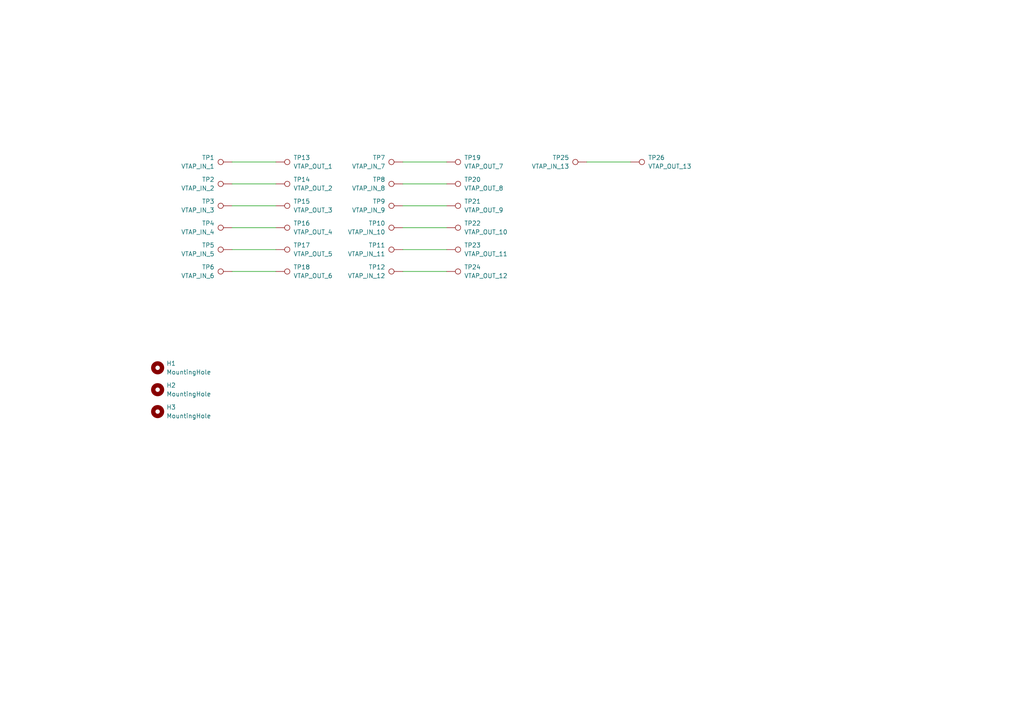
<source format=kicad_sch>
(kicad_sch (version 20230121) (generator eeschema)
  (paper "A4")
  (lib_symbols
    (symbol "Connector:TestPoint" (pin_numbers hide) (pin_names (offset 0.762) hide)
      (property "Reference" "TP" (at 0 6.858 0))
      (property "Value" "TestPoint" (at 0 5.08 0))
      (symbol "TestPoint_0_1"
        (circle (center 0 3.302) (radius 0.762))
      )
      (symbol "TestPoint_1_1"
        (pin passive line (at 0 0 90) (length 2.54) (name "1") (number "1"))
      )
    )
    (symbol "Mechanical:MountingHole" (pin_names (offset 1.016))
      (property "Reference" "H" (at 0 5.08 0))
      (property "Value" "MountingHole" (at 0 3.175 0))
      (symbol "MountingHole_0_1"
        (circle (center 0 0) (radius 1.27) (stroke (width 1.27)))
      )
    )
  )
  (wire (pts (xy 116.84 66.04) (xy 129.54 66.04)))
  (wire (pts (xy 67.31 53.34) (xy 80.01 53.34)))
  (wire (pts (xy 116.84 59.69) (xy 129.54 59.69)))
  (wire (pts (xy 67.31 72.39) (xy 80.01 72.39)))
  (wire (pts (xy 67.31 59.69) (xy 80.01 59.69)))
  (wire (pts (xy 116.84 53.34) (xy 129.54 53.34)))
  (wire (pts (xy 170.18 46.99) (xy 182.88 46.99)))
  (wire (pts (xy 67.31 46.99) (xy 80.01 46.99)))
  (wire (pts (xy 116.84 78.74) (xy 129.54 78.74)))
  (wire (pts (xy 67.31 78.74) (xy 80.01 78.74)))
  (wire (pts (xy 116.84 46.99) (xy 129.54 46.99)))
  (wire (pts (xy 116.84 72.39) (xy 129.54 72.39)))
  (wire (pts (xy 67.31 66.04) (xy 80.01 66.04)))
  (symbol (lib_id "Connector:TestPoint") (at 80.01 53.34 270) (mirror x) (unit 1)
    (property "Reference" "TP14" (at 85.09 52.07 90) (effects (justify left)))
    (property "Value" "VTAP_OUT_2" (at 85.09 54.61 90) (effects (justify left)))
    (property "Footprint" "SUFST:55A_24AWG_Solder" (effects hide))
  )
  (symbol (lib_id "Connector:TestPoint") (at 116.84 72.39 90) (unit 1)
    (property "Reference" "TP11" (at 111.76 71.12 90) (effects (justify left)))
    (property "Value" "VTAP_IN_11" (at 111.76 73.66 90) (effects (justify left)))
    (property "Footprint" "SUFST:Segment_Voltage_Tap" (effects hide))
  )
  (symbol (lib_id "Connector:TestPoint") (at 116.84 66.04 90) (unit 1)
    (property "Reference" "TP10" (at 111.76 64.77 90) (effects (justify left)))
    (property "Value" "VTAP_IN_10" (at 111.76 67.31 90) (effects (justify left)))
    (property "Footprint" "SUFST:Segment_Voltage_Tap" (effects hide))
  )
  (symbol (lib_id "Connector:TestPoint") (at 129.54 59.69 270) (mirror x) (unit 1)
    (property "Reference" "TP21" (at 134.62 58.42 90) (effects (justify left)))
    (property "Value" "VTAP_OUT_9" (at 134.62 60.96 90) (effects (justify left)))
    (property "Footprint" "SUFST:55A_24AWG_Solder" (effects hide))
  )
  (symbol (lib_id "Connector:TestPoint") (at 67.31 66.04 90) (unit 1)
    (property "Reference" "TP4" (at 62.23 64.77 90) (effects (justify left)))
    (property "Value" "VTAP_IN_4" (at 62.23 67.31 90) (effects (justify left)))
    (property "Footprint" "SUFST:Segment_Voltage_Tap" (effects hide))
  )
  (symbol (lib_id "Connector:TestPoint") (at 67.31 59.69 90) (unit 1)
    (property "Reference" "TP3" (at 62.23 58.42 90) (effects (justify left)))
    (property "Value" "VTAP_IN_3" (at 62.23 60.96 90) (effects (justify left)))
    (property "Footprint" "SUFST:Segment_Voltage_Tap" (effects hide))
  )
  (symbol (lib_id "Mechanical:MountingHole") (at 45.72 119.38 0) (unit 1)
    (property "Reference" "H3" (at 48.26 118.11 0) (effects (justify left)))
    (property "Value" "MountingHole" (at 48.26 120.65 0) (effects (justify left)))
    (property "Footprint" "SUFST:Segment_Thermistor_Tyrap" (effects hide))
  )
  (symbol (lib_id "Connector:TestPoint") (at 80.01 59.69 270) (mirror x) (unit 1)
    (property "Reference" "TP15" (at 85.09 58.42 90) (effects (justify left)))
    (property "Value" "VTAP_OUT_3" (at 85.09 60.96 90) (effects (justify left)))
    (property "Footprint" "SUFST:55A_24AWG_Solder" (effects hide))
  )
  (symbol (lib_id "Connector:TestPoint") (at 67.31 78.74 90) (unit 1)
    (property "Reference" "TP6" (at 62.23 77.47 90) (effects (justify left)))
    (property "Value" "VTAP_IN_6" (at 62.23 80.01 90) (effects (justify left)))
    (property "Footprint" "SUFST:Segment_Voltage_Tap" (effects hide))
  )
  (symbol (lib_id "Connector:TestPoint") (at 129.54 53.34 270) (mirror x) (unit 1)
    (property "Reference" "TP20" (at 134.62 52.07 90) (effects (justify left)))
    (property "Value" "VTAP_OUT_8" (at 134.62 54.61 90) (effects (justify left)))
    (property "Footprint" "SUFST:55A_24AWG_Solder" (effects hide))
  )
  (symbol (lib_id "Connector:TestPoint") (at 182.88 46.99 270) (mirror x) (unit 1)
    (property "Reference" "TP26" (at 187.96 45.72 90) (effects (justify left)))
    (property "Value" "VTAP_OUT_13" (at 187.96 48.26 90) (effects (justify left)))
    (property "Footprint" "SUFST:55A_24AWG_Solder" (effects hide))
  )
  (symbol (lib_id "Mechanical:MountingHole") (at 45.72 113.03 0) (unit 1)
    (property "Reference" "H2" (at 48.26 111.76 0) (effects (justify left)))
    (property "Value" "MountingHole" (at 48.26 114.3 0) (effects (justify left)))
    (property "Footprint" "SUFST:Segment_Thermistor_Tyrap" (effects hide))
  )
  (symbol (lib_id "Connector:TestPoint") (at 67.31 53.34 90) (unit 1)
    (property "Reference" "TP2" (at 62.23 52.07 90) (effects (justify left)))
    (property "Value" "VTAP_IN_2" (at 62.23 54.61 90) (effects (justify left)))
    (property "Footprint" "SUFST:Segment_Voltage_Tap" (effects hide))
  )
  (symbol (lib_id "Connector:TestPoint") (at 67.31 46.99 90) (unit 1)
    (property "Reference" "TP1" (at 62.23 45.72 90) (effects (justify left)))
    (property "Value" "VTAP_IN_1" (at 62.23 48.26 90) (effects (justify left)))
    (property "Footprint" "SUFST:Segment_Voltage_Tap_Positive" (effects hide))
  )
  (symbol (lib_id "Connector:TestPoint") (at 129.54 46.99 270) (mirror x) (unit 1)
    (property "Reference" "TP19" (at 134.62 45.72 90) (effects (justify left)))
    (property "Value" "VTAP_OUT_7" (at 134.62 48.26 90) (effects (justify left)))
    (property "Footprint" "SUFST:55A_24AWG_Solder" (effects hide))
  )
  (symbol (lib_id "Mechanical:MountingHole") (at 45.72 106.68 0) (unit 1)
    (property "Reference" "H1" (at 48.26 105.41 0) (effects (justify left)))
    (property "Value" "MountingHole" (at 48.26 107.95 0) (effects (justify left)))
    (property "Footprint" "SUFST:Segment_Thermistor_Tyrap" (effects hide))
  )
  (symbol (lib_id "Connector:TestPoint") (at 80.01 72.39 270) (mirror x) (unit 1)
    (property "Reference" "TP17" (at 85.09 71.12 90) (effects (justify left)))
    (property "Value" "VTAP_OUT_5" (at 85.09 73.66 90) (effects (justify left)))
    (property "Footprint" "SUFST:55A_24AWG_Solder" (effects hide))
  )
  (symbol (lib_id "Connector:TestPoint") (at 116.84 78.74 90) (unit 1)
    (property "Reference" "TP12" (at 111.76 77.47 90) (effects (justify left)))
    (property "Value" "VTAP_IN_12" (at 111.76 80.01 90) (effects (justify left)))
    (property "Footprint" "SUFST:Segment_Voltage_Tap" (effects hide))
  )
  (symbol (lib_id "Connector:TestPoint") (at 129.54 72.39 270) (mirror x) (unit 1)
    (property "Reference" "TP23" (at 134.62 71.12 90) (effects (justify left)))
    (property "Value" "VTAP_OUT_11" (at 134.62 73.66 90) (effects (justify left)))
    (property "Footprint" "SUFST:55A_24AWG_Solder" (effects hide))
  )
  (symbol (lib_id "Connector:TestPoint") (at 80.01 78.74 270) (mirror x) (unit 1)
    (property "Reference" "TP18" (at 85.09 77.47 90) (effects (justify left)))
    (property "Value" "VTAP_OUT_6" (at 85.09 80.01 90) (effects (justify left)))
    (property "Footprint" "SUFST:55A_24AWG_Solder" (effects hide))
  )
  (symbol (lib_id "Connector:TestPoint") (at 129.54 66.04 270) (mirror x) (unit 1)
    (property "Reference" "TP22" (at 134.62 64.77 90) (effects (justify left)))
    (property "Value" "VTAP_OUT_10" (at 134.62 67.31 90) (effects (justify left)))
    (property "Footprint" "SUFST:55A_24AWG_Solder" (effects hide))
  )
  (symbol (lib_id "Connector:TestPoint") (at 170.18 46.99 90) (unit 1)
    (property "Reference" "TP25" (at 165.1 45.72 90) (effects (justify left)))
    (property "Value" "VTAP_IN_13" (at 165.1 48.26 90) (effects (justify left)))
    (property "Footprint" "SUFST:Segment_Voltage_Tap_Negative" (effects hide))
  )
  (symbol (lib_id "Connector:TestPoint") (at 80.01 66.04 270) (mirror x) (unit 1)
    (property "Reference" "TP16" (at 85.09 64.77 90) (effects (justify left)))
    (property "Value" "VTAP_OUT_4" (at 85.09 67.31 90) (effects (justify left)))
    (property "Footprint" "SUFST:55A_24AWG_Solder" (effects hide))
  )
  (symbol (lib_id "Connector:TestPoint") (at 116.84 46.99 90) (unit 1)
    (property "Reference" "TP7" (at 111.76 45.72 90) (effects (justify left)))
    (property "Value" "VTAP_IN_7" (at 111.76 48.26 90) (effects (justify left)))
    (property "Footprint" "SUFST:Segment_Voltage_Tap" (effects hide))
  )
  (symbol (lib_id "Connector:TestPoint") (at 116.84 59.69 90) (unit 1)
    (property "Reference" "TP9" (at 111.76 58.42 90) (effects (justify left)))
    (property "Value" "VTAP_IN_9" (at 111.76 60.96 90) (effects (justify left)))
    (property "Footprint" "SUFST:Segment_Voltage_Tap" (effects hide))
  )
  (symbol (lib_id "Connector:TestPoint") (at 129.54 78.74 270) (mirror x) (unit 1)
    (property "Reference" "TP24" (at 134.62 77.47 90) (effects (justify left)))
    (property "Value" "VTAP_OUT_12" (at 134.62 80.01 90) (effects (justify left)))
    (property "Footprint" "SUFST:55A_24AWG_Solder" (effects hide))
  )
  (symbol (lib_id "Connector:TestPoint") (at 67.31 72.39 90) (unit 1)
    (property "Reference" "TP5" (at 62.23 71.12 90) (effects (justify left)))
    (property "Value" "VTAP_IN_5" (at 62.23 73.66 90) (effects (justify left)))
    (property "Footprint" "SUFST:Segment_Voltage_Tap" (effects hide))
  )
  (symbol (lib_id "Connector:TestPoint") (at 80.01 46.99 270) (mirror x) (unit 1)
    (property "Reference" "TP13" (at 85.09 45.72 90) (effects (justify left)))
    (property "Value" "VTAP_OUT_1" (at 85.09 48.26 90) (effects (justify left)))
    (property "Footprint" "SUFST:55A_24AWG_Solder" (effects hide))
  )
  (symbol (lib_id "Connector:TestPoint") (at 116.84 53.34 90) (unit 1)
    (property "Reference" "TP8" (at 111.76 52.07 90) (effects (justify left)))
    (property "Value" "VTAP_IN_8" (at 111.76 54.61 90) (effects (justify left)))
    (property "Footprint" "SUFST:Segment_Voltage_Tap" (effects hide))
  )
)
</source>
